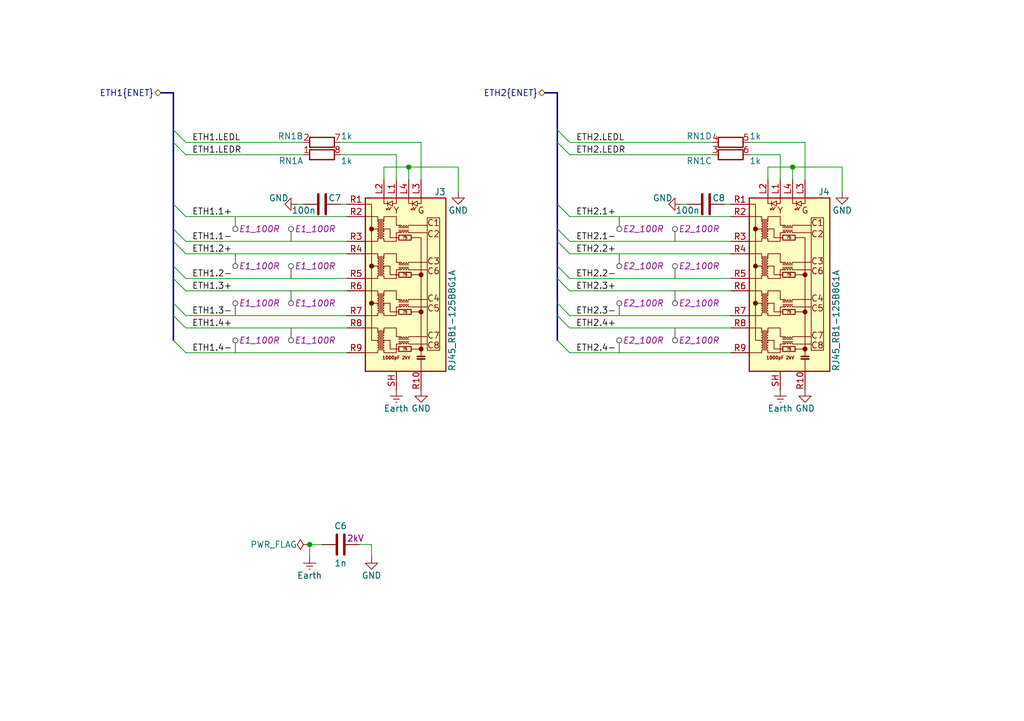
<source format=kicad_sch>
(kicad_sch (version 20231120) (generator "eeschema") (generator_version "8.0")
  (paper "A5")
  (title_block (title "2xGbE RJ45 Connectors") (date "2024-05-13") (rev "x") (comment 2 "CERN-OHL-W-2.0") (comment 3 "xxxxxxxx") (comment 4 "Filip Piórski"))
  (lib_symbols
    (symbol "Connector:RJ45_RB1-125B8G1A" (pin_names hide)
      (property "Reference" "J" (at -7.62 20.32 0))
      (property "Value" "RJ45_RB1-125B8G1A" (at 15.24 20.32 0))
      (symbol "RJ45_RB1-125B8G1A_0_0"
        (circle (center -2.54 -11.938) (radius 0.0001) (stroke (width 0.508)))
        (circle (center -2.54 -4.318) (radius 0.0001) (stroke (width 0.508)))
        (circle (center -2.54 3.302) (radius 0.0001) (stroke (width 0.508)))
        (polyline (pts (xy -0.508 -11.938) (xy -2.54 -11.938)))
        (polyline (pts (xy 0 -10.922) (xy -3.81 -10.922)))
        (polyline (pts (xy 0 -9.398) (xy -3.81 -9.398)))
        (polyline (pts (xy 0 -3.302) (xy -3.81 -3.302)))
        (polyline (pts (xy 0 -1.778) (xy -3.81 -1.778)))
        (polyline (pts (xy 0 4.318) (xy -3.81 4.318)))
        (polyline (pts (xy 0 5.842) (xy -3.81 5.842)))
        (polyline (pts (xy 0 11.938) (xy -3.81 11.938)))
        (polyline (pts (xy 0 13.462) (xy -3.81 13.462)))
        (polyline (pts (xy 6.35 5.08) (xy 7.62 5.08)))
        (polyline (pts (xy 7.62 -2.54) (xy 6.35 -2.54)))
        (polyline (pts (xy 7.62 12.7) (xy 6.35 12.7)))
        (polyline (pts (xy 2.032 -11.938) (xy 3.81 -11.938) (xy 3.81 -10.16) (xy 5.08 -10.16)))
        (polyline (pts (xy 2.032 -4.318) (xy 3.81 -4.318) (xy 3.81 -2.54) (xy 5.08 -2.54)))
        (polyline (pts (xy 2.032 3.302) (xy 3.81 3.302) (xy 3.81 5.08) (xy 5.08 5.08)))
        (polyline (pts (xy 2.032 10.922) (xy 3.81 10.922) (xy 3.81 12.7) (xy 5.08 12.7)))
        (circle (center 7.62 -2.54) (radius 0.0001) (stroke (width 0.508)))
        (circle (center 7.62 5.08) (radius 0.0001) (stroke (width 0.508)))
        (circle (center 7.62 12.7) (radius 0.0001) (stroke (width 0.508)))
        (text "1000pF 2kV" (at 2.54 -13.716 0) (effects (font (size 0.635 0.635))))
        (text "C1" (at -5.08 13.97 0) (effects (font (size 1.27 1.27))))
        (text "C2" (at -5.08 11.684 0) (effects (font (size 1.27 1.27))))
        (text "C3" (at -5.08 6.096 0) (effects (font (size 1.27 1.27))))
        (text "C4" (at -5.08 -1.524 0) (effects (font (size 1.27 1.27))))
        (text "C5" (at -5.08 -3.556 0) (effects (font (size 1.27 1.27))))
        (text "C6" (at -5.08 4.064 0) (effects (font (size 1.27 1.27))))
        (text "C7" (at -5.08 -9.144 0) (effects (font (size 1.27 1.27))))
        (text "C8" (at -5.08 -11.176 0) (effects (font (size 1.27 1.27))))
        (text "G" (at -2.54 16.51 0) (effects (font (size 1.27 1.27))))
        (text "Y" (at 2.54 16.51 0) (effects (font (size 1.27 1.27))))
      )
      (symbol "RJ45_RB1-125B8G1A_0_1"
        (rectangle (start -7.62 19.05) (end 8.89 -16.51) (stroke (width 0.254)) (fill (type background)))
        (rectangle (start -3.81 -12.192) (end -6.35 14.986))
        (rectangle (start -0.508 -12.446) (end 2.032 -11.43) (stroke (width 0.2032)))
        (rectangle (start -0.508 -4.826) (end 2.032 -3.81) (stroke (width 0.2032)))
        (rectangle (start -0.508 2.794) (end 2.032 3.81) (stroke (width 0.2032)))
        (rectangle (start -0.508 10.414) (end 2.032 11.43) (stroke (width 0.2032)))
        (arc (start 0 -9.398) (mid 0.254 -9.6509) (end 0.508 -9.398))
        (arc (start 0 -1.778) (mid 0.254 -2.0309) (end 0.508 -1.778))
        (polyline (pts (xy -3.302 -13.97) (xy -1.778 -13.97)) (stroke (width 0.3302)))
        (polyline (pts (xy -3.302 -13.462) (xy -1.778 -13.462)) (stroke (width 0.3048)))
        (polyline (pts (xy -2.54 -16.51) (xy -2.54 -13.97)))
        (polyline (pts (xy -2.54 3.302) (xy -0.508 3.302)))
        (polyline (pts (xy -1.016 16.637) (xy -1.524 17.145)))
        (polyline (pts (xy -0.762 18.415) (xy -0.762 17.399)))
        (polyline (pts (xy -0.508 -4.318) (xy -2.54 -4.318)))
        (polyline (pts (xy -0.508 16.637) (xy -1.016 17.145)))
        (polyline (pts (xy 0 -10.414) (xy 2.032 -10.414)))
        (polyline (pts (xy 0 -2.794) (xy 2.032 -2.794)))
        (polyline (pts (xy 0 4.826) (xy 2.032 4.826)))
        (polyline (pts (xy 0 12.446) (xy 2.032 12.446)))
        (polyline (pts (xy 2.032 -9.906) (xy 0 -9.906)))
        (polyline (pts (xy 2.032 -2.286) (xy 0 -2.286)))
        (polyline (pts (xy 2.032 5.334) (xy 0 5.334)))
        (polyline (pts (xy 2.032 12.954) (xy 0 12.954)))
        (polyline (pts (xy 4.064 16.637) (xy 3.556 17.145)))
        (polyline (pts (xy 4.318 18.415) (xy 4.318 17.399)))
        (polyline (pts (xy 4.572 16.637) (xy 4.064 17.145)))
        (polyline (pts (xy 5.588 -8.128) (xy 5.588 -12.192)))
        (polyline (pts (xy 5.588 -0.508) (xy 5.588 -4.572)))
        (polyline (pts (xy 5.588 7.112) (xy 5.588 3.048)))
        (polyline (pts (xy 5.588 14.732) (xy 5.588 10.668)))
        (polyline (pts (xy 5.842 -12.192) (xy 5.842 -8.128)))
        (polyline (pts (xy 5.842 -4.572) (xy 5.842 -0.508)))
        (polyline (pts (xy 5.842 3.048) (xy 5.842 7.112)))
        (polyline (pts (xy 5.842 10.668) (xy 5.842 14.732)))
        (polyline (pts (xy -2.54 -13.462) (xy -2.54 10.922) (xy -0.508 10.922)))
        (polyline (pts (xy -2.54 19.05) (xy -2.54 17.907) (xy -1.778 17.907)))
        (polyline (pts (xy -1.016 16.891) (xy -1.016 16.637) (xy -1.27 16.637)))
        (polyline (pts (xy -0.508 16.891) (xy -0.508 16.637) (xy -0.762 16.637)))
        (polyline (pts (xy 0 19.05) (xy 0 17.907) (xy -0.762 17.907)))
        (polyline (pts (xy 2.54 19.05) (xy 2.54 17.907) (xy 3.302 17.907)))
        (polyline (pts (xy 4.064 16.891) (xy 4.064 16.637) (xy 3.81 16.637)))
        (polyline (pts (xy 4.572 16.891) (xy 4.572 16.637) (xy 4.318 16.637)))
        (polyline (pts (xy 5.08 19.05) (xy 5.08 17.907) (xy 4.318 17.907)))
        (polyline (pts (xy 6.35 -12.192) (xy 6.35 -12.7) (xy 8.89 -12.7)))
        (polyline (pts (xy 6.35 -8.128) (xy 6.35 -7.62) (xy 8.89 -7.62)))
        (polyline (pts (xy 6.35 -4.572) (xy 6.35 -5.08) (xy 8.89 -5.08)))
        (polyline (pts (xy 6.35 -0.508) (xy 6.35 0) (xy 8.89 0)))
        (polyline (pts (xy 6.35 3.048) (xy 6.35 2.54) (xy 8.89 2.54)))
        (polyline (pts (xy 6.35 7.112) (xy 6.35 7.62) (xy 8.89 7.62)))
        (polyline (pts (xy 6.35 10.668) (xy 6.35 10.16) (xy 8.89 10.16)))
        (polyline (pts (xy 6.35 14.732) (xy 6.35 15.24) (xy 8.89 15.24)))
        (polyline (pts (xy -0.762 17.907) (xy -1.778 18.415) (xy -1.778 17.399) (xy -0.762 17.907)))
        (polyline (pts (xy 4.318 17.907) (xy 3.302 18.415) (xy 3.302 17.399) (xy 4.318 17.907)))
        (polyline (pts (xy 8.89 17.78) (xy 7.62 17.78) (xy 7.62 -10.16) (xy 6.35 -10.16)))
        (polyline (pts (xy 2.032 -9.398) (xy 2.54 -9.398) (xy 2.54 -7.62) (xy 5.08 -7.62) (xy 5.08 -8.128)))
        (polyline (pts (xy 2.032 -1.778) (xy 2.54 -1.778) (xy 2.54 0) (xy 5.08 0) (xy 5.08 -0.508)))
        (polyline (pts (xy 2.032 5.842) (xy 2.54 5.842) (xy 2.54 7.62) (xy 5.08 7.62) (xy 5.08 7.112)))
        (polyline (pts (xy 2.032 13.462) (xy 2.54 13.462) (xy 2.54 15.24) (xy 5.08 15.24) (xy 5.08 14.732)))
        (polyline (pts (xy 5.08 -12.192) (xy 5.08 -12.7) (xy 2.54 -12.7) (xy 2.54 -10.922) (xy 2.032 -10.922)))
        (polyline (pts (xy 5.08 -4.572) (xy 5.08 -5.08) (xy 2.54 -5.08) (xy 2.54 -3.302) (xy 2.032 -3.302)))
        (polyline (pts (xy 5.08 3.048) (xy 5.08 2.54) (xy 2.54 2.54) (xy 2.54 4.318) (xy 2.032 4.318)))
        (polyline (pts (xy 5.08 10.668) (xy 5.08 10.16) (xy 2.54 10.16) (xy 2.54 11.938) (xy 2.032 11.938)))
        (arc (start 0 5.842) (mid 0.254 5.5891) (end 0.508 5.842))
        (arc (start 0 13.462) (mid 0.254 13.2091) (end 0.508 13.462))
        (arc (start 0.508 -10.922) (mid 0.254 -10.6691) (end 0 -10.922))
        (arc (start 0.508 -9.398) (mid 0.762 -9.6509) (end 1.016 -9.398))
        (arc (start 0.508 -3.302) (mid 0.254 -3.0491) (end 0 -3.302))
        (arc (start 0.508 -1.778) (mid 0.762 -2.0309) (end 1.016 -1.778))
        (arc (start 0.508 4.318) (mid 0.254 4.5709) (end 0 4.318))
        (arc (start 0.508 5.842) (mid 0.762 5.5891) (end 1.016 5.842))
        (arc (start 0.508 11.938) (mid 0.254 12.1909) (end 0 11.938))
        (arc (start 0.508 13.462) (mid 0.762 13.2091) (end 1.016 13.462))
        (arc (start 1.016 -10.922) (mid 0.762 -10.6691) (end 0.508 -10.922))
        (arc (start 1.016 -9.398) (mid 1.27 -9.6509) (end 1.524 -9.398))
        (arc (start 1.016 -3.302) (mid 0.762 -3.0491) (end 0.508 -3.302))
        (arc (start 1.016 -1.778) (mid 1.27 -2.0309) (end 1.524 -1.778))
        (arc (start 1.016 4.318) (mid 0.762 4.5709) (end 0.508 4.318))
        (arc (start 1.016 5.842) (mid 1.27 5.5891) (end 1.524 5.842))
        (arc (start 1.016 11.938) (mid 0.762 12.1909) (end 0.508 11.938))
        (arc (start 1.016 13.462) (mid 1.27 13.2091) (end 1.524 13.462))
        (arc (start 1.524 -10.922) (mid 1.27 -10.6691) (end 1.016 -10.922))
        (arc (start 1.524 -9.398) (mid 1.778 -9.6509) (end 2.032 -9.398))
        (arc (start 1.524 -3.302) (mid 1.27 -3.0491) (end 1.016 -3.302))
        (arc (start 1.524 -1.778) (mid 1.778 -2.0309) (end 2.032 -1.778))
        (arc (start 1.524 4.318) (mid 1.27 4.5709) (end 1.016 4.318))
        (arc (start 1.524 5.842) (mid 1.778 5.5891) (end 2.032 5.842))
        (arc (start 1.524 11.938) (mid 1.27 12.1909) (end 1.016 11.938))
        (arc (start 1.524 13.462) (mid 1.778 13.2091) (end 2.032 13.462))
        (circle (center 1.778 -10.9474) (radius 0.0762) (stroke (width 0.0254)) (fill (type outline)))
        (circle (center 1.778 -9.3726) (radius 0.0762) (stroke (width 0.0254)) (fill (type outline)))
        (circle (center 1.778 -3.3274) (radius 0.0762) (stroke (width 0.0254)) (fill (type outline)))
        (circle (center 1.778 -1.7526) (radius 0.0762) (stroke (width 0.0254)) (fill (type outline)))
        (circle (center 1.778 4.2926) (radius 0.0762) (stroke (width 0.0254)) (fill (type outline)))
        (circle (center 1.778 5.8674) (radius 0.0762) (stroke (width 0.0254)) (fill (type outline)))
        (circle (center 1.778 11.9126) (radius 0.0762) (stroke (width 0.0254)) (fill (type outline)))
        (circle (center 1.778 13.4874) (radius 0.0762) (stroke (width 0.0254)) (fill (type outline)))
        (arc (start 2.032 -10.922) (mid 1.778 -10.6691) (end 1.524 -10.922))
        (arc (start 2.032 -3.302) (mid 1.778 -3.0491) (end 1.524 -3.302))
        (arc (start 2.032 4.318) (mid 1.778 4.5709) (end 1.524 4.318))
        (arc (start 2.032 11.938) (mid 1.778 12.1909) (end 1.524 11.938))
        (circle (center 5.0546 -10.414) (radius 0.0762) (stroke (width 0.0254)) (fill (type outline)))
        (circle (center 5.0546 -8.382) (radius 0.0762) (stroke (width 0.0254)) (fill (type outline)))
        (circle (center 5.0546 -2.794) (radius 0.0762) (stroke (width 0.0254)) (fill (type outline)))
        (circle (center 5.0546 -0.762) (radius 0.0762) (stroke (width 0.0254)) (fill (type outline)))
        (circle (center 5.0546 4.826) (radius 0.0762) (stroke (width 0.0254)) (fill (type outline)))
        (circle (center 5.0546 6.858) (radius 0.0762) (stroke (width 0.0254)) (fill (type outline)))
        (circle (center 5.0546 12.446) (radius 0.0762) (stroke (width 0.0254)) (fill (type outline)))
        (circle (center 5.0546 14.478) (radius 0.0762) (stroke (width 0.0254)) (fill (type outline)))
        (arc (start 5.08 -12.192) (mid 5.3329 -11.938) (end 5.08 -11.684))
        (arc (start 5.08 -11.684) (mid 5.3328 -11.43) (end 5.08 -11.176))
        (arc (start 5.08 -11.176) (mid 5.3329 -10.922) (end 5.08 -10.668))
        (arc (start 5.08 -10.668) (mid 5.3329 -10.414) (end 5.08 -10.16))
        (arc (start 5.08 -10.16) (mid 5.3329 -9.906) (end 5.08 -9.652))
        (arc (start 5.08 -9.652) (mid 5.3329 -9.398) (end 5.08 -9.144))
        (arc (start 5.08 -9.144) (mid 5.3328 -8.89) (end 5.08 -8.636))
        (arc (start 5.08 -8.636) (mid 5.3329 -8.382) (end 5.08 -8.128))
        (arc (start 5.08 -4.572) (mid 5.3329 -4.318) (end 5.08 -4.064))
        (arc (start 5.08 -4.064) (mid 5.3328 -3.81) (end 5.08 -3.556))
        (arc (start 5.08 -3.556) (mid 5.3329 -3.302) (end 5.08 -3.048))
        (arc (start 5.08 -3.048) (mid 5.3329 -2.794) (end 5.08 -2.54))
        (arc (start 5.08 -2.54) (mid 5.3329 -2.286) (end 5.08 -2.032))
        (arc (start 5.08 -2.032) (mid 5.3329 -1.778) (end 5.08 -1.524))
        (arc (start 5.08 -1.524) (mid 5.3328 -1.27) (end 5.08 -1.016))
        (arc (start 5.08 -1.016) (mid 5.3329 -0.762) (end 5.08 -0.508))
        (arc (start 5.08 3.048) (mid 5.3329 3.302) (end 5.08 3.556))
        (arc (start 5.08 3.556) (mid 5.3328 3.81) (end 5.08 4.064))
        (arc (start 5.08 4.064) (mid 5.3329 4.318) (end 5.08 4.572))
        (arc (start 5.08 4.572) (mid 5.3329 4.826) (end 5.08 5.08))
        (arc (start 5.08 5.08) (mid 5.3329 5.334) (end 5.08 5.588))
        (arc (start 5.08 5.588) (mid 5.3329 5.842) (end 5.08 6.096))
        (arc (start 5.08 6.096) (mid 5.3328 6.35) (end 5.08 6.604))
        (arc (start 5.08 6.604) (mid 5.3329 6.858) (end 5.08 7.112))
        (arc (start 5.08 10.668) (mid 5.3329 10.922) (end 5.08 11.176))
        (arc (start 5.08 11.176) (mid 5.3328 11.43) (end 5.08 11.684))
        (arc (start 5.08 11.684) (mid 5.3329 11.938) (end 5.08 12.192))
        (arc (start 5.08 12.192) (mid 5.3329 12.446) (end 5.08 12.7))
        (arc (start 5.08 12.7) (mid 5.3329 12.954) (end 5.08 13.208))
        (arc (start 5.08 13.208) (mid 5.3329 13.462) (end 5.08 13.716))
        (arc (start 5.08 13.716) (mid 5.3328 13.97) (end 5.08 14.224))
        (arc (start 5.08 14.224) (mid 5.3329 14.478) (end 5.08 14.732))
        (arc (start 6.35 -11.684) (mid 6.0971 -11.938) (end 6.35 -12.192))
        (arc (start 6.35 -11.176) (mid 6.0971 -11.43) (end 6.35 -11.684))
        (arc (start 6.35 -10.668) (mid 6.0971 -10.922) (end 6.35 -11.176))
        (arc (start 6.35 -10.16) (mid 6.0971 -10.414) (end 6.35 -10.668))
        (arc (start 6.35 -9.652) (mid 6.0971 -9.906) (end 6.35 -10.16))
        (arc (start 6.35 -9.144) (mid 6.0971 -9.398) (end 6.35 -9.652))
        (arc (start 6.35 -8.636) (mid 6.0971 -8.89) (end 6.35 -9.144))
        (arc (start 6.35 -8.128) (mid 6.0971 -8.382) (end 6.35 -8.636))
        (arc (start 6.35 -4.064) (mid 6.0971 -4.318) (end 6.35 -4.572))
        (arc (start 6.35 -3.556) (mid 6.0971 -3.81) (end 6.35 -4.064))
        (arc (start 6.35 -3.048) (mid 6.0971 -3.302) (end 6.35 -3.556))
        (arc (start 6.35 -2.54) (mid 6.0971 -2.794) (end 6.35 -3.048))
        (arc (start 6.35 -2.032) (mid 6.0971 -2.286) (end 6.35 -2.54))
        (arc (start 6.35 -1.524) (mid 6.0971 -1.778) (end 6.35 -2.032))
        (arc (start 6.35 -1.016) (mid 6.0971 -1.27) (end 6.35 -1.524))
        (arc (start 6.35 -0.508) (mid 6.0971 -0.762) (end 6.35 -1.016))
        (arc (start 6.35 3.556) (mid 6.0971 3.302) (end 6.35 3.048))
        (arc (start 6.35 4.064) (mid 6.0971 3.81) (end 6.35 3.556))
        (arc (start 6.35 4.572) (mid 6.0971 4.318) (end 6.35 4.064))
        (arc (start 6.35 5.08) (mid 6.0971 4.826) (end 6.35 4.572))
        (arc (start 6.35 5.588) (mid 6.0971 5.334) (end 6.35 5.08))
        (arc (start 6.35 6.096) (mid 6.0971 5.842) (end 6.35 5.588))
        (arc (start 6.35 6.604) (mid 6.0971 6.35) (end 6.35 6.096))
        (arc (start 6.35 7.112) (mid 6.0971 6.858) (end 6.35 6.604))
        (arc (start 6.35 11.176) (mid 6.0971 10.922) (end 6.35 10.668))
        (arc (start 6.35 11.684) (mid 6.0971 11.43) (end 6.35 11.176))
        (arc (start 6.35 12.192) (mid 6.0971 11.938) (end 6.35 11.684))
        (arc (start 6.35 12.7) (mid 6.0971 12.446) (end 6.35 12.192))
        (arc (start 6.35 13.208) (mid 6.0971 12.954) (end 6.35 12.7))
        (arc (start 6.35 13.716) (mid 6.0971 13.462) (end 6.35 13.208))
        (arc (start 6.35 14.224) (mid 6.0971 13.97) (end 6.35 13.716))
        (arc (start 6.35 14.732) (mid 6.0971 14.478) (end 6.35 14.224))
        (circle (center 6.3754 -10.414) (radius 0.0762) (stroke (width 0.0254)) (fill (type outline)))
        (circle (center 6.3754 -8.382) (radius 0.0762) (stroke (width 0.0254)) (fill (type outline)))
        (circle (center 6.3754 -2.794) (radius 0.0762) (stroke (width 0.0254)) (fill (type outline)))
        (circle (center 6.3754 -0.762) (radius 0.0762) (stroke (width 0.0254)) (fill (type outline)))
        (circle (center 6.3754 4.826) (radius 0.0762) (stroke (width 0.0254)) (fill (type outline)))
        (circle (center 6.3754 6.858) (radius 0.0762) (stroke (width 0.0254)) (fill (type outline)))
        (circle (center 6.3754 12.446) (radius 0.0762) (stroke (width 0.0254)) (fill (type outline)))
        (circle (center 6.3754 14.478) (radius 0.0762) (stroke (width 0.0254)) (fill (type outline)))
        (pin power_in line (at -2.54 -20.32 90) (length 3.81) (name "GND") (number "R10"))
      )
      (symbol "RJ45_RB1-125B8G1A_1_0"
        (text "75" (at 0.762 -11.938 0) (effects (font (size 0.508 0.508))))
        (text "75" (at 0.762 -4.318 0) (effects (font (size 0.508 0.508))))
        (text "75" (at 0.762 3.302 0) (effects (font (size 0.508 0.508))))
        (text "75" (at 0.762 10.922 0) (effects (font (size 0.508 0.508))))
      )
      (symbol "RJ45_RB1-125B8G1A_1_1"
        (pin passive line (at 2.54 22.86 270) (length 3.81) (name "~") (number "L1"))
        (pin passive line (at 5.08 22.86 270) (length 3.81) (name "~") (number "L2"))
        (pin passive line (at -2.54 22.86 270) (length 3.81) (name "~") (number "L3"))
        (pin passive line (at 0 22.86 270) (length 3.81) (name "~") (number "L4"))
        (pin passive line (at 12.7 17.78 180) (length 3.81) (name "CT") (number "R1"))
        (pin passive line (at 12.7 15.24 180) (length 3.81) (name "TD1+") (number "R2"))
        (pin passive line (at 12.7 10.16 180) (length 3.81) (name "TD1-") (number "R3"))
        (pin passive line (at 12.7 7.62 180) (length 3.81) (name "TD2+") (number "R4"))
        (pin passive line (at 12.7 2.54 180) (length 3.81) (name "TD2-") (number "R5"))
        (pin passive line (at 12.7 0 180) (length 3.81) (name "TD3+") (number "R6"))
        (pin passive line (at 12.7 -5.08 180) (length 3.81) (name "TD3-") (number "R7"))
        (pin passive line (at 12.7 -7.62 180) (length 3.81) (name "TD4+") (number "R8"))
        (pin passive line (at 12.7 -12.7 180) (length 3.81) (name "TD4-") (number "R9"))
        (pin passive line (at 2.54 -20.32 90) (length 3.81) (name "SH") (number "SH"))
      )
    )
    (symbol "Device:C" (pin_numbers hide) (pin_names (offset 0.254))
      (property "Reference" "C" (at 0.635 2.54 0))
      (property "Value" "C" (at 0.635 -2.54 0))
      (symbol "C_0_1"
        (polyline (pts (xy -2.032 -0.762) (xy 2.032 -0.762)) (stroke (width 0.508)))
        (polyline (pts (xy -2.032 0.762) (xy 2.032 0.762)) (stroke (width 0.508)))
      )
      (symbol "C_1_1"
        (pin passive line (at 0 3.81 270) (length 2.794) (name "~") (number "1"))
        (pin passive line (at 0 -3.81 90) (length 2.794) (name "~") (number "2"))
      )
    )
    (symbol "FR-Device:R_Network04_SMD" (pin_names (offset 0) hide)
      (property "Reference" "RN" (at 2.032 0 90))
      (property "Value" "R_Network04_SMD" (at 0 0 90))
      (symbol "R_Network04_SMD_0_1"
        (rectangle (start 1.016 2.54) (end -1.016 -2.54) (stroke (width 0.254)))
      )
      (symbol "R_Network04_SMD_1_1"
        (pin passive line (at 0 3.81 270) (length 1.27) (name "R1.1") (number "1"))
        (pin passive line (at 0 -3.81 90) (length 1.27) (name "R1.2") (number "8"))
      )
      (symbol "R_Network04_SMD_2_1"
        (pin passive line (at 0 3.81 270) (length 1.27) (name "R2.1") (number "2"))
        (pin passive line (at 0 -3.81 90) (length 1.27) (name "R2.2") (number "7"))
      )
      (symbol "R_Network04_SMD_3_1"
        (pin passive line (at 0 3.81 270) (length 1.27) (name "R3.1") (number "3"))
        (pin passive line (at 0 -3.81 90) (length 1.27) (name "R3.2") (number "6"))
      )
      (symbol "R_Network04_SMD_4_1"
        (pin passive line (at 0 3.81 270) (length 1.27) (name "R4.1") (number "4"))
        (pin passive line (at 0 -3.81 90) (length 1.27) (name "R4.2") (number "5"))
      )
    )
    (symbol "power:Earth" (power) (pin_names (offset 0))
      (symbol "Earth_0_1"
        (polyline (pts (xy -0.635 -1.905) (xy 0.635 -1.905)))
        (polyline (pts (xy -0.127 -2.54) (xy 0.127 -2.54)))
        (polyline (pts (xy 0 -1.27) (xy 0 0)))
        (polyline (pts (xy 1.27 -1.27) (xy -1.27 -1.27)))
      )
      (symbol "Earth_1_1"
        (pin power_in line (at 0 0 270) (length 0) hide (name "Earth") (number "1"))
      )
    )
    (symbol "power:GND" (power) (pin_names (offset 0))
      (property "Value" "GND" (at 0 -3.81 0))
      (symbol "GND_0_1"
        (polyline (pts (xy 0 0) (xy 0 -1.27) (xy 1.27 -1.27) (xy 0 -2.54) (xy -1.27 -1.27) (xy 0 -1.27)))
      )
      (symbol "GND_1_1"
        (pin power_in line (at 0 0 270) (length 0) hide (name "GND") (number "1"))
      )
    )
    (symbol "power:PWR_FLAG" (power) (pin_numbers hide) (pin_names (offset 0) hide)
      (property "Value" "PWR_FLAG" (at 0 3.81 0))
      (symbol "PWR_FLAG_0_0"
        (pin power_out line (at 0 0 90) (length 0) (name "pwr") (number "1"))
      )
      (symbol "PWR_FLAG_0_1"
        (polyline (pts (xy 0 0) (xy 0 1.27) (xy -1.016 1.905) (xy 0 2.54) (xy 1.016 1.905) (xy 0 1.27)))
      )
    )
  )
  (junction (at 63.5 111.76))
  (junction (at 83.82 34.29))
  (junction (at 162.56 34.29))
  (bus_entry (at 114.3 26.67) (size 2.54 2.54))
  (bus_entry (at 114.3 29.21) (size 2.54 2.54))
  (bus_entry (at 35.56 57.15) (size 2.54 2.54))
  (bus_entry (at 35.56 54.61) (size 2.54 2.54))
  (bus_entry (at 35.56 69.85) (size 2.54 2.54))
  (bus_entry (at 35.56 49.53) (size 2.54 2.54))
  (bus_entry (at 114.3 69.85) (size 2.54 2.54))
  (bus_entry (at 35.56 29.21) (size 2.54 2.54))
  (bus_entry (at 35.56 46.99) (size 2.54 2.54))
  (bus_entry (at 114.3 49.53) (size 2.54 2.54))
  (bus_entry (at 114.3 46.99) (size 2.54 2.54))
  (bus_entry (at 114.3 64.77) (size 2.54 2.54))
  (bus_entry (at 114.3 41.91) (size 2.54 2.54))
  (bus_entry (at 35.56 64.77) (size 2.54 2.54))
  (bus_entry (at 114.3 54.61) (size 2.54 2.54))
  (bus_entry (at 35.56 41.91) (size 2.54 2.54))
  (bus_entry (at 114.3 57.15) (size 2.54 2.54))
  (bus_entry (at 114.3 62.23) (size 2.54 2.54))
  (bus_entry (at 35.56 62.23) (size 2.54 2.54))
  (bus_entry (at 35.56 26.67) (size 2.54 2.54))
  (bus (pts (xy 35.56 26.67) (xy 35.56 29.21)))
  (bus (pts (xy 35.56 29.21) (xy 35.56 41.91)))
  (wire (pts (xy 38.1 44.45) (xy 71.12 44.45)))
  (wire (pts (xy 172.72 34.29) (xy 172.72 39.37)))
  (bus (pts (xy 114.3 19.05) (xy 111.76 19.05)))
  (wire (pts (xy 116.84 59.69) (xy 149.86 59.69)))
  (bus (pts (xy 114.3 54.61) (xy 114.3 57.15)))
  (wire (pts (xy 116.84 52.07) (xy 149.86 52.07)))
  (bus (pts (xy 114.3 57.15) (xy 114.3 62.23)))
  (bus (pts (xy 114.3 64.77) (xy 114.3 69.85)))
  (bus (pts (xy 35.56 54.61) (xy 35.56 57.15)))
  (wire (pts (xy 157.48 34.29) (xy 162.56 34.29)))
  (bus (pts (xy 114.3 19.05) (xy 114.3 26.67)))
  (wire (pts (xy 116.84 72.39) (xy 149.86 72.39)))
  (wire (pts (xy 78.74 34.29) (xy 83.82 34.29)))
  (wire (pts (xy 86.36 36.83) (xy 86.36 29.21)))
  (wire (pts (xy 83.82 34.29) (xy 83.82 36.83)))
  (bus (pts (xy 114.3 46.99) (xy 114.3 49.53)))
  (wire (pts (xy 116.84 49.53) (xy 149.86 49.53)))
  (bus (pts (xy 35.56 41.91) (xy 35.56 46.99)))
  (bus (pts (xy 35.56 64.77) (xy 35.56 69.85)))
  (wire (pts (xy 116.84 31.75) (xy 146.05 31.75)))
  (wire (pts (xy 116.84 57.15) (xy 149.86 57.15)))
  (wire (pts (xy 76.2 111.76) (xy 73.66 111.76)))
  (wire (pts (xy 165.1 36.83) (xy 165.1 29.21)))
  (wire (pts (xy 38.1 64.77) (xy 71.12 64.77)))
  (wire (pts (xy 69.85 41.91) (xy 71.12 41.91)))
  (bus (pts (xy 114.3 26.67) (xy 114.3 29.21)))
  (wire (pts (xy 162.56 34.29) (xy 162.56 36.83)))
  (bus (pts (xy 114.3 29.21) (xy 114.3 41.91)))
  (wire (pts (xy 116.84 29.21) (xy 146.05 29.21)))
  (wire (pts (xy 38.1 52.07) (xy 71.12 52.07)))
  (wire (pts (xy 69.85 29.21) (xy 86.36 29.21)))
  (bus (pts (xy 114.3 49.53) (xy 114.3 54.61)))
  (wire (pts (xy 116.84 64.77) (xy 149.86 64.77)))
  (wire (pts (xy 148.59 41.91) (xy 149.86 41.91)))
  (bus (pts (xy 35.56 19.05) (xy 35.56 26.67)))
  (wire (pts (xy 157.48 36.83) (xy 157.48 34.29)))
  (wire (pts (xy 81.28 36.83) (xy 81.28 31.75)))
  (wire (pts (xy 116.84 67.31) (xy 149.86 67.31)))
  (wire (pts (xy 38.1 29.21) (xy 62.23 29.21)))
  (wire (pts (xy 162.56 34.29) (xy 172.72 34.29)))
  (wire (pts (xy 153.67 29.21) (xy 165.1 29.21)))
  (wire (pts (xy 38.1 49.53) (xy 71.12 49.53)))
  (wire (pts (xy 139.7 41.91) (xy 140.97 41.91)))
  (wire (pts (xy 63.5 114.3) (xy 63.5 111.76)))
  (wire (pts (xy 93.98 34.29) (xy 93.98 39.37)))
  (wire (pts (xy 160.02 36.83) (xy 160.02 31.75)))
  (wire (pts (xy 116.84 44.45) (xy 149.86 44.45)))
  (bus (pts (xy 35.56 46.99) (xy 35.56 49.53)))
  (wire (pts (xy 38.1 31.75) (xy 62.23 31.75)))
  (bus (pts (xy 114.3 62.23) (xy 114.3 64.77)))
  (bus (pts (xy 114.3 41.91) (xy 114.3 46.99)))
  (wire (pts (xy 38.1 59.69) (xy 71.12 59.69)))
  (bus (pts (xy 35.56 57.15) (xy 35.56 62.23)))
  (bus (pts (xy 35.56 49.53) (xy 35.56 54.61)))
  (wire (pts (xy 38.1 72.39) (xy 71.12 72.39)))
  (bus (pts (xy 35.56 19.05) (xy 33.02 19.05)))
  (wire (pts (xy 153.67 31.75) (xy 160.02 31.75)))
  (wire (pts (xy 63.5 111.76) (xy 66.04 111.76)))
  (wire (pts (xy 38.1 67.31) (xy 71.12 67.31)))
  (wire (pts (xy 78.74 36.83) (xy 78.74 34.29)))
  (wire (pts (xy 83.82 34.29) (xy 93.98 34.29)))
  (wire (pts (xy 38.1 57.15) (xy 71.12 57.15)))
  (bus (pts (xy 35.56 62.23) (xy 35.56 64.77)))
  (wire (pts (xy 69.85 31.75) (xy 81.28 31.75)))
  (wire (pts (xy 76.2 114.3) (xy 76.2 111.76)))
  (wire (pts (xy 60.96 41.91) (xy 62.23 41.91)))
  (label "ETH2.4+" (at 118.11 67.31 0))
  (label "ETH2.2+" (at 118.11 52.07 0))
  (label "ETH2.4-" (at 118.11 72.39 0))
  (label "ETH1.2+" (at 39.37 52.07 0))
  (label "ETH2.1-" (at 118.11 49.53 0))
  (label "ETH1.2-" (at 39.37 57.15 0))
  (label "ETH2.1+" (at 118.11 44.45 0))
  (label "ETH1.4+" (at 39.37 67.31 0))
  (label "ETH1.3+" (at 39.37 59.69 0))
  (label "ETH1.3-" (at 39.37 64.77 0))
  (label "ETH1.4-" (at 39.37 72.39 0))
  (label "ETH2.3-" (at 118.11 64.77 0))
  (label "ETH1.1+" (at 39.37 44.45 0))
  (label "ETH2.LEDL" (at 118.11 29.21 0))
  (label "ETH2.LEDR" (at 118.11 31.75 0))
  (label "ETH2.3+" (at 118.11 59.69 0))
  (label "ETH2.2-" (at 118.11 57.15 0))
  (label "ETH1.1-" (at 39.37 49.53 0))
  (label "ETH1.LEDR" (at 39.37 31.75 0))
  (label "ETH1.LEDL" (at 39.37 29.21 0))
  (hierarchical_label "ETH1{ENET}" (shape bidirectional) (at 33.02 19.05 180))
  (hierarchical_label "ETH2{ENET}" (shape bidirectional) (at 111.76 19.05 180))
  (netclass_flag "" (length 2.54) (shape round) (at 59.69 67.31 180) (property "Netclass" "E1_100R" (at 60.3885 69.85 0) (effects (font (italic yes)) (justify left))))
  (netclass_flag "" (length 2.54) (shape round) (at 127 52.07 180) (property "Netclass" "E2_100R" (at 127.6985 54.61 0) (effects (font (italic yes)) (justify left))))
  (netclass_flag "" (length 2.54) (shape round) (at 127 64.77 0) (property "Netclass" "E2_100R" (at 127.6985 62.23 0) (effects (font (italic yes)) (justify left))))
  (netclass_flag "" (length 2.54) (shape round) (at 48.26 72.39 0) (property "Netclass" "E1_100R" (at 48.9585 69.85 0) (effects (font (italic yes)) (justify left))))
  (netclass_flag "" (length 2.54) (shape round) (at 48.26 44.45 180) (property "Netclass" "E1_100R" (at 48.9585 46.99 0) (effects (font (italic yes)) (justify left))))
  (netclass_flag "" (length 2.54) (shape round) (at 138.43 67.31 180) (property "Netclass" "E2_100R" (at 139.1285 69.85 0) (effects (font (italic yes)) (justify left))))
  (netclass_flag "" (length 2.54) (shape round) (at 138.43 59.69 180) (property "Netclass" "E2_100R" (at 139.1285 62.23 0) (effects (font (italic yes)) (justify left))))
  (netclass_flag "" (length 2.54) (shape round) (at 138.43 49.53 0) (property "Netclass" "E2_100R" (at 139.1285 46.99 0) (effects (font (italic yes)) (justify left))))
  (netclass_flag "" (length 2.54) (shape round) (at 48.26 64.77 0) (property "Netclass" "E1_100R" (at 48.9585 62.23 0) (effects (font (italic yes)) (justify left))))
  (netclass_flag "" (length 2.54) (shape round) (at 59.69 59.69 180) (property "Netclass" "E1_100R" (at 60.3885 62.23 0) (effects (font (italic yes)) (justify left))))
  (netclass_flag "" (length 2.54) (shape round) (at 48.26 52.07 180) (property "Netclass" "E1_100R" (at 48.9585 54.61 0) (effects (font (italic yes)) (justify left))))
  (netclass_flag "" (length 2.54) (shape round) (at 59.69 49.53 0) (property "Netclass" "E1_100R" (at 60.3885 46.99 0) (effects (font (italic yes)) (justify left))))
  (netclass_flag "" (length 2.54) (shape round) (at 127 44.45 180) (property "Netclass" "E2_100R" (at 127.6985 46.99 0) (effects (font (italic yes)) (justify left))))
  (netclass_flag "" (length 2.54) (shape round) (at 127 72.39 0) (property "Netclass" "E2_100R" (at 127.6985 69.85 0) (effects (font (italic yes)) (justify left))))
  (netclass_flag "" (length 2.54) (shape round) (at 138.43 57.15 0) (property "Netclass" "E2_100R" (at 139.1285 54.61 0) (effects (font (italic yes)) (justify left))))
  (netclass_flag "" (length 2.54) (shape round) (at 59.69 57.15 0) (property "Netclass" "E1_100R" (at 60.3885 54.61 0) (effects (font (italic yes)) (justify left))))
  (symbol (lib_id "power:GND") (at 172.72 39.37 0) (mirror y) (unit 1)
    (property "Reference" "#PWR034" (effects (hide yes)))
    (property "Value" "GND" (at 172.72 43.18 0))
  )
  (symbol (lib_id "power:GND") (at 86.36 80.01 0) (mirror y) (unit 1)
    (property "Reference" "#PWR028" (effects (hide yes)))
    (property "Value" "GND" (at 86.36 83.82 0))
  )
  (symbol (lib_id "power:GND") (at 165.1 80.01 0) (mirror y) (unit 1)
    (property "Reference" "#PWR033" (effects (hide yes)))
    (property "Value" "GND" (at 165.1 83.82 0))
  )
  (symbol (lib_id "Connector:RJ45_RB1-125B8G1A") (at 83.82 59.69 0) (mirror y) (unit 1)
    (property "Reference" "J3" (at 91.44 39.37 0) (effects (justify left)))
    (property "Value" "RJ45_RB1-125B8G1A" (at 92.71 76.2 90) (effects (justify left)))
    (property "Footprint" "Connector_RJ:RJ45_UDE_RB1-125B8G1A" (effects (hide yes)))
    (property "Datasheet" "https://datasheet.lcsc.com/szlcsc/1901091107_UDE-Corp-RB1-125B8G1A_C363353.pdf" (effects (hide yes)))
    (property "Description" "LAN Transformer Jack, RJ45, 10/100/1000 BaseT" (effects (hide yes)))
    (property "LCSC" "C363353" (effects (hide yes)))
  )
  (symbol (lib_id "power:Earth") (at 81.28 80.01 0) (unit 1)
    (property "Reference" "#PWR025" (effects (hide yes)))
    (property "Value" "Earth" (at 81.28 83.82 0))
    (property "Description" "Power symbol creates a global label with name \"Earth\"" (effects (hide yes)))
  )
  (symbol (lib_id "Device:C") (at 144.78 41.91 270) (mirror x) (unit 1)
    (property "Reference" "C8" (at 146.05 40.64 90) (effects (justify left)))
    (property "Value" "100n" (at 143.51 43.18 90) (effects (justify right)))
    (property "Footprint" "Capacitor_SMD:C_0402_1005Metric" (effects (hide yes)))
    (property "Description" "Unpolarized capacitor" (effects (hide yes)))
  )
  (symbol (lib_id "power:Earth") (at 63.5 114.3 0) (unit 1)
    (property "Reference" "#PWR027" (effects (hide yes)))
    (property "Value" "Earth" (at 63.5 118.11 0))
    (property "Description" "Power symbol creates a global label with name \"Earth\"" (effects (hide yes)))
  )
  (symbol (lib_id "FR-Device:R_Network04_SMD") (at 66.04 31.75 90) (unit 1)
    (property "Reference" "RN1" (at 62.23 33.02 90) (effects (justify left)))
    (property "Value" "1k" (at 69.85 33.02 90) (effects (justify right)))
    (property "Footprint" "Resistor_SMD:R_Array_Convex_4x0603" (effects (hide yes)))
    (property "Datasheet" "https://www.lcsc.com/datasheet/lcsc_datasheet_2304140030_FH--Guangdong-Fenghua-Advanced-Tech-RC-ML08W102JT_C160614.pdf" (effects (hide yes)))
    (property "Description" "0603x4 Resistor Network" (effects (hide yes)))
    (property "LCSC" "C160614" (effects (hide yes)))
  )
  (symbol (lib_id "FR-Device:R_Network04_SMD") (at 149.86 31.75 90) (unit 3)
    (property "Reference" "RN1" (at 146.05 33.02 90) (effects (justify left)))
    (property "Value" "1k" (at 153.67 33.02 90) (effects (justify right)))
    (property "Footprint" "Resistor_SMD:R_Array_Convex_4x0603" (effects (hide yes)))
    (property "Datasheet" "https://www.lcsc.com/datasheet/lcsc_datasheet_2304140030_FH--Guangdong-Fenghua-Advanced-Tech-RC-ML08W102JT_C160614.pdf" (effects (hide yes)))
    (property "Description" "0603x4 Resistor Network" (effects (hide yes)))
    (property "LCSC" "C160614" (effects (hide yes)))
  )
  (symbol (lib_id "FR-Device:R_Network04_SMD") (at 66.04 29.21 90) (unit 2)
    (property "Reference" "RN1" (at 62.23 27.94 90) (effects (justify left)))
    (property "Value" "1k" (at 69.85 27.94 90) (effects (justify right)))
    (property "Footprint" "Resistor_SMD:R_Array_Convex_4x0603" (effects (hide yes)))
    (property "Datasheet" "https://www.lcsc.com/datasheet/lcsc_datasheet_2304140030_FH--Guangdong-Fenghua-Advanced-Tech-RC-ML08W102JT_C160614.pdf" (effects (hide yes)))
    (property "Description" "0603x4 Resistor Network" (effects (hide yes)))
    (property "LCSC" "C160614" (effects (hide yes)))
  )
  (symbol (lib_id "power:GND") (at 93.98 39.37 0) (mirror y) (unit 1)
    (property "Reference" "#PWR029" (effects (hide yes)))
    (property "Value" "GND" (at 93.98 43.18 0))
  )
  (symbol (lib_id "power:Earth") (at 160.02 80.01 0) (unit 1)
    (property "Reference" "#PWR032" (effects (hide yes)))
    (property "Value" "Earth" (at 160.02 83.82 0))
    (property "Description" "Power symbol creates a global label with name \"Earth\"" (effects (hide yes)))
  )
  (symbol (lib_id "FR-Device:R_Network04_SMD") (at 149.86 29.21 90) (unit 4)
    (property "Reference" "RN1" (at 146.05 27.94 90) (effects (justify left)))
    (property "Value" "1k" (at 153.67 27.94 90) (effects (justify right)))
    (property "Footprint" "Resistor_SMD:R_Array_Convex_4x0603" (effects (hide yes)))
    (property "Datasheet" "https://www.lcsc.com/datasheet/lcsc_datasheet_2304140030_FH--Guangdong-Fenghua-Advanced-Tech-RC-ML08W102JT_C160614.pdf" (effects (hide yes)))
    (property "Description" "0603x4 Resistor Network" (effects (hide yes)))
    (property "LCSC" "C160614" (effects (hide yes)))
  )
  (symbol (lib_id "power:PWR_FLAG") (at 63.5 111.76 90) (unit 1)
    (property "Reference" "#FLG01" (effects (hide yes)))
    (property "Value" "PWR_FLAG" (at 60.96 111.76 90) (effects (justify left)))
    (property "Description" "Special symbol for telling ERC where power comes from" (effects (hide yes)))
  )
  (symbol (lib_id "Device:C") (at 69.85 111.76 90) (unit 1)
    (property "Reference" "C6" (at 69.85 107.95 90))
    (property "Value" "1n" (at 69.85 115.57 90))
    (property "Footprint" "Capacitor_SMD:C_1206_3216Metric" (effects (hide yes)))
    (property "Voltage" "2kV" (at 71.12 110.49 90) (effects (justify right)))
    (property "MPN" "1206B102K202NT" (effects (hide yes)))
    (property "LCSC" "C9196" (effects (hide yes)))
  )
  (symbol (lib_id "power:GND") (at 139.7 41.91 270) (mirror x) (unit 1)
    (property "Reference" "#PWR031" (effects (hide yes)))
    (property "Value" "GND" (at 135.89 40.64 90))
  )
  (symbol (lib_id "Connector:RJ45_RB1-125B8G1A") (at 162.56 59.69 0) (mirror y) (unit 1)
    (property "Reference" "J4" (at 170.18 39.37 0) (effects (justify left)))
    (property "Value" "RJ45_RB1-125B8G1A" (at 171.45 76.2 90) (effects (justify left)))
    (property "Footprint" "Connector_RJ:RJ45_UDE_RB1-125B8G1A" (effects (hide yes)))
    (property "Datasheet" "https://datasheet.lcsc.com/szlcsc/1901091107_UDE-Corp-RB1-125B8G1A_C363353.pdf" (effects (hide yes)))
    (property "Description" "LAN Transformer Jack, RJ45, 10/100/1000 BaseT" (effects (hide yes)))
    (property "LCSC" "C363353" (effects (hide yes)))
  )
  (symbol (lib_id "Device:C") (at 66.04 41.91 270) (mirror x) (unit 1)
    (property "Reference" "C7" (at 67.31 40.64 90) (effects (justify left)))
    (property "Value" "100n" (at 64.77 43.18 90) (effects (justify right)))
    (property "Footprint" "Capacitor_SMD:C_0402_1005Metric" (effects (hide yes)))
    (property "Description" "Unpolarized capacitor" (effects (hide yes)))
  )
  (symbol (lib_id "power:GND") (at 60.96 41.91 270) (mirror x) (unit 1)
    (property "Reference" "#PWR030" (effects (hide yes)))
    (property "Value" "GND" (at 57.15 40.64 90))
  )
  (symbol (lib_id "power:GND") (at 76.2 114.3 0) (mirror y) (unit 1)
    (property "Reference" "#PWR026" (effects (hide yes)))
    (property "Value" "GND" (at 76.2 118.11 0))
  )
)
</source>
